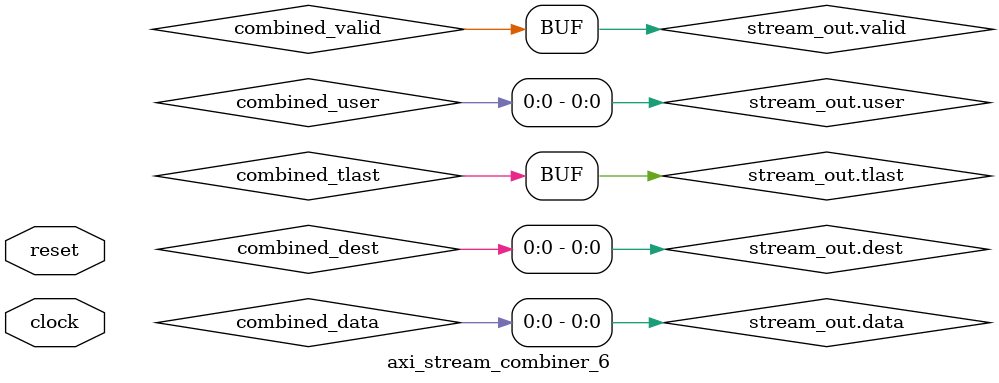
<source format=sv>

`timescale 10ns / 1ns

module axi_stream_combiner_6 #(parameter INPUT_DATA_WIDTH = 16, OUTPUT_DATA_WIDTH = 32, DEST_WIDTH = 8, USER_WIDTH = 8, TLAST_PERIOD = 1024, MSB_DEST_SUPPORT = "TRUE")(
    input wire clock,
    input wire reset,
    axi_stream.slave stream_in_1,
    axi_stream.slave stream_in_2,
    axi_stream.slave stream_in_3,
    axi_stream.slave stream_in_4,
    axi_stream.slave stream_in_5,
    axi_stream.slave stream_in_6,
    axi_stream.master stream_out
);




    reg [INPUT_DATA_WIDTH-1:0] combined_data;
    reg [DEST_WIDTH-1:0] combined_dest;
    reg [USER_WIDTH-1:0] combined_user;
    reg combined_valid;
    wire combined_tlast;

    generate
        assign stream_out.tlast = combined_tlast;
        assign stream_out.user = combined_user;
        assign stream_out.valid = combined_valid;
        assign stream_out.dest = combined_dest;
        if(MSB_DEST_SUPPORT == "TRUE")
            assign stream_out.data = {combined_dest, {(OUTPUT_DATA_WIDTH-INPUT_DATA_WIDTH-8){combined_data[INPUT_DATA_WIDTH-1]} }, combined_data};
        else
            assign stream_out.data = {{(OUTPUT_DATA_WIDTH-INPUT_DATA_WIDTH){combined_data[INPUT_DATA_WIDTH-1]}},combined_data};
    endgenerate

    ///////////////STREAM COMBINATION SECTION///////////////

    reg int_stream_1_ready, int_stream_2_ready, int_stream_3_ready, int_stream_4_ready, int_stream_5_ready, int_stream_6_ready;

    assign stream_in_1.ready = int_stream_1_ready & stream_out.ready;
    assign stream_in_2.ready = int_stream_2_ready & stream_out.ready;
    assign stream_in_3.ready = int_stream_3_ready & stream_out.ready;
    assign stream_in_4.ready = int_stream_4_ready & stream_out.ready;
    assign stream_in_5.ready = int_stream_5_ready & stream_out.ready;
    assign stream_in_6.ready = int_stream_6_ready & stream_out.ready; 

    always@(posedge clock)begin
        if(~reset)begin
            int_stream_1_ready <= 0;
            int_stream_2_ready <= 0;
            int_stream_3_ready <= 0;
            int_stream_4_ready <= 0;
            int_stream_5_ready <= 0;
            int_stream_6_ready <= 0; 
            combined_dest <= 0;
            combined_valid <= 0;
            combined_data <= 0;
        end else begin

            if(stream_in_1.valid & stream_out.ready)begin
                int_stream_2_ready <= 0;
                int_stream_3_ready <= 0;
                int_stream_4_ready <= 0;
                int_stream_5_ready <= 0;
                int_stream_6_ready <= 0; 
                combined_dest <= stream_in_1.dest;
                combined_data <= stream_in_1.data;
                combined_valid <=1;

            end else if(stream_in_2.valid & stream_out.ready)begin
                int_stream_1_ready <= 0;
                int_stream_3_ready <= 0;
                int_stream_4_ready <= 0;
                int_stream_5_ready <= 0;
                int_stream_6_ready <= 0; 
                combined_dest <= stream_in_2.dest;
                combined_data <= stream_in_2.data;
                combined_valid <=1;

            end else if(stream_in_3.valid & stream_out.ready)begin
                int_stream_1_ready <= 0;
                int_stream_2_ready <= 0;
                int_stream_4_ready <= 0;
                int_stream_5_ready <= 0;
                int_stream_6_ready <= 0; 
                combined_dest <= stream_in_3.dest;
                combined_data <= stream_in_3.data;
                combined_valid <=1;

            end else if(stream_in_4.valid & stream_out.ready)begin
                int_stream_1_ready <= 0;
                int_stream_2_ready <= 0;
                int_stream_3_ready <= 0;
                int_stream_5_ready <= 0;
                int_stream_6_ready <= 0; 
                combined_dest <= stream_in_4.dest;
                combined_data <= stream_in_4.data;
                combined_valid <=1;

            end else if(stream_in_5.valid & stream_out.ready)begin
                int_stream_1_ready <= 0;
                int_stream_2_ready <= 0;
                int_stream_3_ready <= 0;
                int_stream_4_ready <= 0;
                int_stream_6_ready <= 0; 
                combined_dest <= stream_in_5.dest;
                combined_data <= stream_in_5.data;
                combined_valid <=1;

            end else if(stream_in_6.valid & stream_out.ready)begin
                int_stream_1_ready <= 0;
                int_stream_2_ready <= 0;
                int_stream_3_ready <= 0;
                int_stream_4_ready <= 0;
                int_stream_5_ready <= 0; 
                combined_dest <= stream_in_6.dest;
                combined_data <= stream_in_6.data;
                combined_valid <=1;

            end else begin
                combined_valid <= 0;
                int_stream_1_ready <= 1;
                int_stream_2_ready <= 1;
                int_stream_3_ready <= 1;
                int_stream_4_ready <= 1;
                int_stream_5_ready <= 1;
                int_stream_6_ready <= 1; 
            end
        end
    end



    ///////////////TLAST GENERATION SECTION///////////////

    reg [15:0] tlast_counter_1;
    reg [15:0] tlast_counter_2;
    reg [15:0] tlast_counter_3;
    reg [15:0] tlast_counter_4;
    reg [15:0] tlast_counter_5;
    reg [15:0] tlast_counter_6; 

    reg stream_1_prev_val, stream_2_prev_val, stream_3_prev_val, stream_4_prev_val, stream_5_prev_val, stream_6_prev_val;
    reg int_tlast_1, int_tlast_2, int_tlast_3, int_tlast_4, int_tlast_5, int_tlast_6;

    assign combined_tlast = int_tlast_1 | int_tlast_2 | int_tlast_3 | int_tlast_4 | int_tlast_5 | int_tlast_6;

    always@(posedge clock)begin
        if(~reset)begin
            tlast_counter_1 <= 0;
            stream_1_prev_val <= 0;
            int_tlast_1 <= 0;
        
            tlast_counter_2 <= 0;
            stream_2_prev_val <= 0;
            int_tlast_2 <= 0;
        
            tlast_counter_3 <= 0;
            stream_3_prev_val <= 0;
            int_tlast_3 <= 0;
        
            tlast_counter_4 <= 0;
            stream_4_prev_val <= 0;
            int_tlast_4 <= 0;
        
            tlast_counter_5 <= 0;
            stream_5_prev_val <= 0;
            int_tlast_5 <= 0;
        
            tlast_counter_6 <= 0;
            stream_6_prev_val <= 0;
            int_tlast_6 <= 0;
         
        end else begin
            if(stream_in_1.valid & ~stream_1_prev_val)begin
                    if(tlast_counter_1==TLAST_PERIOD-1)begin
                        tlast_counter_1 <= 0;
                        int_tlast_1 <= 1;
                    end else begin
                        tlast_counter_1 <= tlast_counter_1+1;
                    end

                end else if(stream_in_2.valid & ~stream_2_prev_val)begin
                    if(tlast_counter_2==TLAST_PERIOD-1)begin
                        tlast_counter_2 <= 0;
                        int_tlast_2 <= 1;
                    end else begin
                        tlast_counter_2 <= tlast_counter_2+1;
                    end

                end else if(stream_in_3.valid & ~stream_3_prev_val)begin
                    if(tlast_counter_3==TLAST_PERIOD-1)begin
                        tlast_counter_3 <= 0;
                        int_tlast_3 <= 1;
                    end else begin
                        tlast_counter_3 <= tlast_counter_3+1;
                    end

                end else if(stream_in_4.valid & ~stream_4_prev_val)begin
                    if(tlast_counter_4==TLAST_PERIOD-1)begin
                        tlast_counter_4 <= 0;
                        int_tlast_4 <= 1;
                    end else begin
                        tlast_counter_4 <= tlast_counter_4+1;
                    end

                end else if(stream_in_5.valid & ~stream_5_prev_val)begin
                    if(tlast_counter_5==TLAST_PERIOD-1)begin
                        tlast_counter_5 <= 0;
                        int_tlast_5 <= 1;
                    end else begin
                        tlast_counter_5 <= tlast_counter_5+1;
                    end

                end else if(stream_in_6.valid & ~stream_6_prev_val)begin
                    if(tlast_counter_6==TLAST_PERIOD-1)begin
                        tlast_counter_6 <= 0;
                        int_tlast_6 <= 1;
                    end else begin
                        tlast_counter_6 <= tlast_counter_6+1;
                    end

                end else begin
                    int_tlast_1 <= 0;
                    int_tlast_2 <= 0;
                    int_tlast_3 <= 0;
                    int_tlast_4 <= 0;
                    int_tlast_5 <= 0;
                    int_tlast_6 <= 0; 
                end    
        end
        stream_1_prev_val <= stream_in_1.valid;
        stream_2_prev_val <= stream_in_2.valid;
        stream_3_prev_val <= stream_in_3.valid;
        stream_4_prev_val <= stream_in_4.valid;
        stream_5_prev_val <= stream_in_5.valid;
        stream_6_prev_val <= stream_in_6.valid; 
    end
endmodule
</source>
